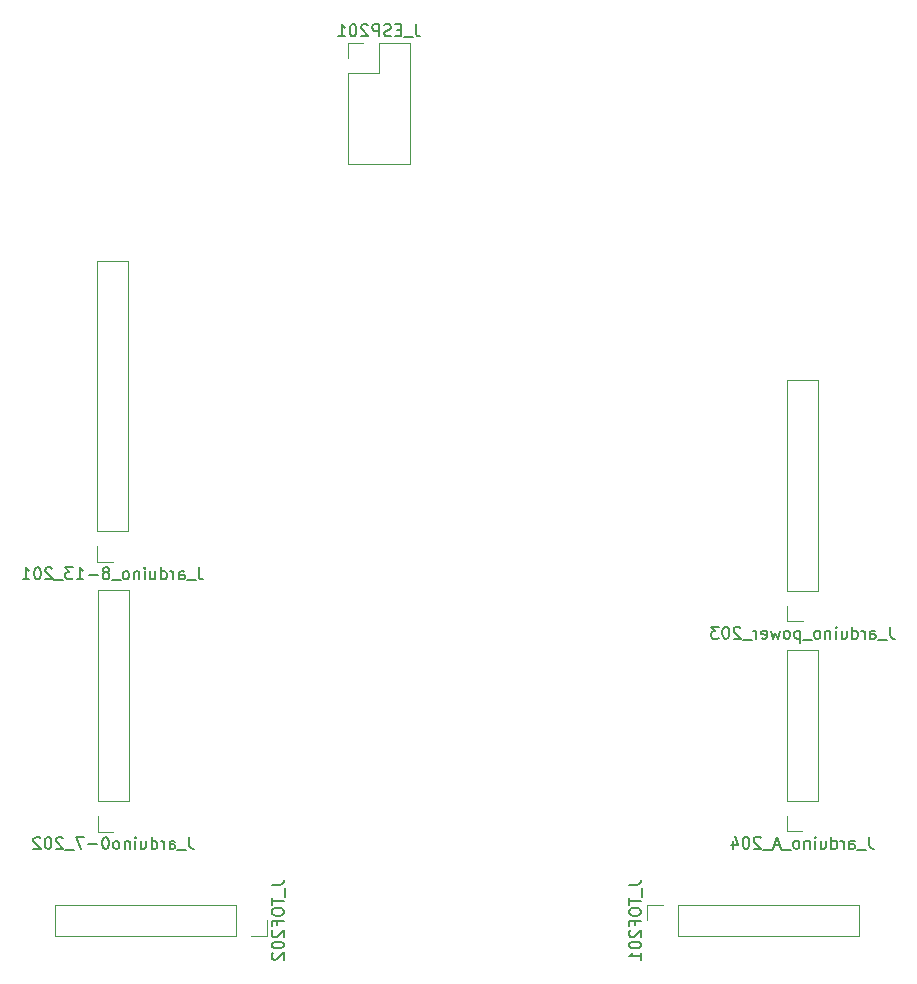
<source format=gbr>
G04 #@! TF.FileFunction,Legend,Bot*
%FSLAX46Y46*%
G04 Gerber Fmt 4.6, Leading zero omitted, Abs format (unit mm)*
G04 Created by KiCad (PCBNEW 4.0.7) date 03/14/18 00:34:20*
%MOMM*%
%LPD*%
G01*
G04 APERTURE LIST*
%ADD10C,0.100000*%
%ADD11C,0.120000*%
%ADD12C,0.150000*%
G04 APERTURE END LIST*
D10*
D11*
X42480000Y-67070000D02*
X42480000Y-44150000D01*
X42480000Y-44150000D02*
X45140000Y-44150000D01*
X45140000Y-44150000D02*
X45140000Y-67070000D01*
X45140000Y-67070000D02*
X42480000Y-67070000D01*
X42480000Y-68340000D02*
X42480000Y-69670000D01*
X42480000Y-69670000D02*
X43810000Y-69670000D01*
X100860000Y-89880000D02*
X100860000Y-77120000D01*
X100860000Y-77120000D02*
X103520000Y-77120000D01*
X103520000Y-77120000D02*
X103520000Y-89880000D01*
X103520000Y-89880000D02*
X100860000Y-89880000D01*
X100860000Y-91150000D02*
X100860000Y-92480000D01*
X100860000Y-92480000D02*
X102190000Y-92480000D01*
X100890000Y-72100000D02*
X100890000Y-54260000D01*
X100890000Y-54260000D02*
X103550000Y-54260000D01*
X103550000Y-54260000D02*
X103550000Y-72100000D01*
X103550000Y-72100000D02*
X100890000Y-72100000D01*
X100890000Y-73370000D02*
X100890000Y-74700000D01*
X100890000Y-74700000D02*
X102220000Y-74700000D01*
X63750000Y-28290000D02*
X63750000Y-35970000D01*
X63750000Y-35970000D02*
X68950000Y-35970000D01*
X68950000Y-35970000D02*
X68950000Y-25690000D01*
X68950000Y-25690000D02*
X66350000Y-25690000D01*
X66350000Y-25690000D02*
X66350000Y-28290000D01*
X66350000Y-28290000D02*
X63750000Y-28290000D01*
X63750000Y-27020000D02*
X63750000Y-25690000D01*
X63750000Y-25690000D02*
X65020000Y-25690000D01*
X91670000Y-98670000D02*
X106970000Y-98670000D01*
X106970000Y-98670000D02*
X106970000Y-101330000D01*
X106970000Y-101330000D02*
X91670000Y-101330000D01*
X91670000Y-101330000D02*
X91670000Y-98670000D01*
X90400000Y-98670000D02*
X89070000Y-98670000D01*
X89070000Y-98670000D02*
X89070000Y-100000000D01*
X54230000Y-101330000D02*
X38930000Y-101330000D01*
X38930000Y-101330000D02*
X38930000Y-98670000D01*
X38930000Y-98670000D02*
X54230000Y-98670000D01*
X54230000Y-98670000D02*
X54230000Y-101330000D01*
X55500000Y-101330000D02*
X56830000Y-101330000D01*
X56830000Y-101330000D02*
X56830000Y-100000000D01*
X42530000Y-89910000D02*
X42530000Y-72070000D01*
X42530000Y-72070000D02*
X45190000Y-72070000D01*
X45190000Y-72070000D02*
X45190000Y-89910000D01*
X45190000Y-89910000D02*
X42530000Y-89910000D01*
X42530000Y-91180000D02*
X42530000Y-92510000D01*
X42530000Y-92510000D02*
X43860000Y-92510000D01*
D12*
X51095714Y-70122381D02*
X51095714Y-70836667D01*
X51143334Y-70979524D01*
X51238572Y-71074762D01*
X51381429Y-71122381D01*
X51476667Y-71122381D01*
X50857619Y-71217619D02*
X50095714Y-71217619D01*
X49429047Y-71122381D02*
X49429047Y-70598571D01*
X49476666Y-70503333D01*
X49571904Y-70455714D01*
X49762381Y-70455714D01*
X49857619Y-70503333D01*
X49429047Y-71074762D02*
X49524285Y-71122381D01*
X49762381Y-71122381D01*
X49857619Y-71074762D01*
X49905238Y-70979524D01*
X49905238Y-70884286D01*
X49857619Y-70789048D01*
X49762381Y-70741429D01*
X49524285Y-70741429D01*
X49429047Y-70693810D01*
X48952857Y-71122381D02*
X48952857Y-70455714D01*
X48952857Y-70646190D02*
X48905238Y-70550952D01*
X48857619Y-70503333D01*
X48762381Y-70455714D01*
X48667142Y-70455714D01*
X47905237Y-71122381D02*
X47905237Y-70122381D01*
X47905237Y-71074762D02*
X48000475Y-71122381D01*
X48190952Y-71122381D01*
X48286190Y-71074762D01*
X48333809Y-71027143D01*
X48381428Y-70931905D01*
X48381428Y-70646190D01*
X48333809Y-70550952D01*
X48286190Y-70503333D01*
X48190952Y-70455714D01*
X48000475Y-70455714D01*
X47905237Y-70503333D01*
X47000475Y-70455714D02*
X47000475Y-71122381D01*
X47429047Y-70455714D02*
X47429047Y-70979524D01*
X47381428Y-71074762D01*
X47286190Y-71122381D01*
X47143332Y-71122381D01*
X47048094Y-71074762D01*
X47000475Y-71027143D01*
X46524285Y-71122381D02*
X46524285Y-70455714D01*
X46524285Y-70122381D02*
X46571904Y-70170000D01*
X46524285Y-70217619D01*
X46476666Y-70170000D01*
X46524285Y-70122381D01*
X46524285Y-70217619D01*
X46048095Y-70455714D02*
X46048095Y-71122381D01*
X46048095Y-70550952D02*
X46000476Y-70503333D01*
X45905238Y-70455714D01*
X45762380Y-70455714D01*
X45667142Y-70503333D01*
X45619523Y-70598571D01*
X45619523Y-71122381D01*
X45000476Y-71122381D02*
X45095714Y-71074762D01*
X45143333Y-71027143D01*
X45190952Y-70931905D01*
X45190952Y-70646190D01*
X45143333Y-70550952D01*
X45095714Y-70503333D01*
X45000476Y-70455714D01*
X44857618Y-70455714D01*
X44762380Y-70503333D01*
X44714761Y-70550952D01*
X44667142Y-70646190D01*
X44667142Y-70931905D01*
X44714761Y-71027143D01*
X44762380Y-71074762D01*
X44857618Y-71122381D01*
X45000476Y-71122381D01*
X44476666Y-71217619D02*
X43714761Y-71217619D01*
X43333809Y-70550952D02*
X43429047Y-70503333D01*
X43476666Y-70455714D01*
X43524285Y-70360476D01*
X43524285Y-70312857D01*
X43476666Y-70217619D01*
X43429047Y-70170000D01*
X43333809Y-70122381D01*
X43143332Y-70122381D01*
X43048094Y-70170000D01*
X43000475Y-70217619D01*
X42952856Y-70312857D01*
X42952856Y-70360476D01*
X43000475Y-70455714D01*
X43048094Y-70503333D01*
X43143332Y-70550952D01*
X43333809Y-70550952D01*
X43429047Y-70598571D01*
X43476666Y-70646190D01*
X43524285Y-70741429D01*
X43524285Y-70931905D01*
X43476666Y-71027143D01*
X43429047Y-71074762D01*
X43333809Y-71122381D01*
X43143332Y-71122381D01*
X43048094Y-71074762D01*
X43000475Y-71027143D01*
X42952856Y-70931905D01*
X42952856Y-70741429D01*
X43000475Y-70646190D01*
X43048094Y-70598571D01*
X43143332Y-70550952D01*
X42524285Y-70741429D02*
X41762380Y-70741429D01*
X40762380Y-71122381D02*
X41333809Y-71122381D01*
X41048095Y-71122381D02*
X41048095Y-70122381D01*
X41143333Y-70265238D01*
X41238571Y-70360476D01*
X41333809Y-70408095D01*
X40429047Y-70122381D02*
X39809999Y-70122381D01*
X40143333Y-70503333D01*
X40000475Y-70503333D01*
X39905237Y-70550952D01*
X39857618Y-70598571D01*
X39809999Y-70693810D01*
X39809999Y-70931905D01*
X39857618Y-71027143D01*
X39905237Y-71074762D01*
X40000475Y-71122381D01*
X40286190Y-71122381D01*
X40381428Y-71074762D01*
X40429047Y-71027143D01*
X39619523Y-71217619D02*
X38857618Y-71217619D01*
X38667142Y-70217619D02*
X38619523Y-70170000D01*
X38524285Y-70122381D01*
X38286189Y-70122381D01*
X38190951Y-70170000D01*
X38143332Y-70217619D01*
X38095713Y-70312857D01*
X38095713Y-70408095D01*
X38143332Y-70550952D01*
X38714761Y-71122381D01*
X38095713Y-71122381D01*
X37476666Y-70122381D02*
X37381427Y-70122381D01*
X37286189Y-70170000D01*
X37238570Y-70217619D01*
X37190951Y-70312857D01*
X37143332Y-70503333D01*
X37143332Y-70741429D01*
X37190951Y-70931905D01*
X37238570Y-71027143D01*
X37286189Y-71074762D01*
X37381427Y-71122381D01*
X37476666Y-71122381D01*
X37571904Y-71074762D01*
X37619523Y-71027143D01*
X37667142Y-70931905D01*
X37714761Y-70741429D01*
X37714761Y-70503333D01*
X37667142Y-70312857D01*
X37619523Y-70217619D01*
X37571904Y-70170000D01*
X37476666Y-70122381D01*
X36190951Y-71122381D02*
X36762380Y-71122381D01*
X36476666Y-71122381D02*
X36476666Y-70122381D01*
X36571904Y-70265238D01*
X36667142Y-70360476D01*
X36762380Y-70408095D01*
X107856667Y-92932381D02*
X107856667Y-93646667D01*
X107904287Y-93789524D01*
X107999525Y-93884762D01*
X108142382Y-93932381D01*
X108237620Y-93932381D01*
X107618572Y-94027619D02*
X106856667Y-94027619D01*
X106190000Y-93932381D02*
X106190000Y-93408571D01*
X106237619Y-93313333D01*
X106332857Y-93265714D01*
X106523334Y-93265714D01*
X106618572Y-93313333D01*
X106190000Y-93884762D02*
X106285238Y-93932381D01*
X106523334Y-93932381D01*
X106618572Y-93884762D01*
X106666191Y-93789524D01*
X106666191Y-93694286D01*
X106618572Y-93599048D01*
X106523334Y-93551429D01*
X106285238Y-93551429D01*
X106190000Y-93503810D01*
X105713810Y-93932381D02*
X105713810Y-93265714D01*
X105713810Y-93456190D02*
X105666191Y-93360952D01*
X105618572Y-93313333D01*
X105523334Y-93265714D01*
X105428095Y-93265714D01*
X104666190Y-93932381D02*
X104666190Y-92932381D01*
X104666190Y-93884762D02*
X104761428Y-93932381D01*
X104951905Y-93932381D01*
X105047143Y-93884762D01*
X105094762Y-93837143D01*
X105142381Y-93741905D01*
X105142381Y-93456190D01*
X105094762Y-93360952D01*
X105047143Y-93313333D01*
X104951905Y-93265714D01*
X104761428Y-93265714D01*
X104666190Y-93313333D01*
X103761428Y-93265714D02*
X103761428Y-93932381D01*
X104190000Y-93265714D02*
X104190000Y-93789524D01*
X104142381Y-93884762D01*
X104047143Y-93932381D01*
X103904285Y-93932381D01*
X103809047Y-93884762D01*
X103761428Y-93837143D01*
X103285238Y-93932381D02*
X103285238Y-93265714D01*
X103285238Y-92932381D02*
X103332857Y-92980000D01*
X103285238Y-93027619D01*
X103237619Y-92980000D01*
X103285238Y-92932381D01*
X103285238Y-93027619D01*
X102809048Y-93265714D02*
X102809048Y-93932381D01*
X102809048Y-93360952D02*
X102761429Y-93313333D01*
X102666191Y-93265714D01*
X102523333Y-93265714D01*
X102428095Y-93313333D01*
X102380476Y-93408571D01*
X102380476Y-93932381D01*
X101761429Y-93932381D02*
X101856667Y-93884762D01*
X101904286Y-93837143D01*
X101951905Y-93741905D01*
X101951905Y-93456190D01*
X101904286Y-93360952D01*
X101856667Y-93313333D01*
X101761429Y-93265714D01*
X101618571Y-93265714D01*
X101523333Y-93313333D01*
X101475714Y-93360952D01*
X101428095Y-93456190D01*
X101428095Y-93741905D01*
X101475714Y-93837143D01*
X101523333Y-93884762D01*
X101618571Y-93932381D01*
X101761429Y-93932381D01*
X101237619Y-94027619D02*
X100475714Y-94027619D01*
X100285238Y-93646667D02*
X99809047Y-93646667D01*
X100380476Y-93932381D02*
X100047143Y-92932381D01*
X99713809Y-93932381D01*
X99618571Y-94027619D02*
X98856666Y-94027619D01*
X98666190Y-93027619D02*
X98618571Y-92980000D01*
X98523333Y-92932381D01*
X98285237Y-92932381D01*
X98189999Y-92980000D01*
X98142380Y-93027619D01*
X98094761Y-93122857D01*
X98094761Y-93218095D01*
X98142380Y-93360952D01*
X98713809Y-93932381D01*
X98094761Y-93932381D01*
X97475714Y-92932381D02*
X97380475Y-92932381D01*
X97285237Y-92980000D01*
X97237618Y-93027619D01*
X97189999Y-93122857D01*
X97142380Y-93313333D01*
X97142380Y-93551429D01*
X97189999Y-93741905D01*
X97237618Y-93837143D01*
X97285237Y-93884762D01*
X97380475Y-93932381D01*
X97475714Y-93932381D01*
X97570952Y-93884762D01*
X97618571Y-93837143D01*
X97666190Y-93741905D01*
X97713809Y-93551429D01*
X97713809Y-93313333D01*
X97666190Y-93122857D01*
X97618571Y-93027619D01*
X97570952Y-92980000D01*
X97475714Y-92932381D01*
X96285237Y-93265714D02*
X96285237Y-93932381D01*
X96523333Y-92884762D02*
X96761428Y-93599048D01*
X96142380Y-93599048D01*
X109624762Y-75152381D02*
X109624762Y-75866667D01*
X109672382Y-76009524D01*
X109767620Y-76104762D01*
X109910477Y-76152381D01*
X110005715Y-76152381D01*
X109386667Y-76247619D02*
X108624762Y-76247619D01*
X107958095Y-76152381D02*
X107958095Y-75628571D01*
X108005714Y-75533333D01*
X108100952Y-75485714D01*
X108291429Y-75485714D01*
X108386667Y-75533333D01*
X107958095Y-76104762D02*
X108053333Y-76152381D01*
X108291429Y-76152381D01*
X108386667Y-76104762D01*
X108434286Y-76009524D01*
X108434286Y-75914286D01*
X108386667Y-75819048D01*
X108291429Y-75771429D01*
X108053333Y-75771429D01*
X107958095Y-75723810D01*
X107481905Y-76152381D02*
X107481905Y-75485714D01*
X107481905Y-75676190D02*
X107434286Y-75580952D01*
X107386667Y-75533333D01*
X107291429Y-75485714D01*
X107196190Y-75485714D01*
X106434285Y-76152381D02*
X106434285Y-75152381D01*
X106434285Y-76104762D02*
X106529523Y-76152381D01*
X106720000Y-76152381D01*
X106815238Y-76104762D01*
X106862857Y-76057143D01*
X106910476Y-75961905D01*
X106910476Y-75676190D01*
X106862857Y-75580952D01*
X106815238Y-75533333D01*
X106720000Y-75485714D01*
X106529523Y-75485714D01*
X106434285Y-75533333D01*
X105529523Y-75485714D02*
X105529523Y-76152381D01*
X105958095Y-75485714D02*
X105958095Y-76009524D01*
X105910476Y-76104762D01*
X105815238Y-76152381D01*
X105672380Y-76152381D01*
X105577142Y-76104762D01*
X105529523Y-76057143D01*
X105053333Y-76152381D02*
X105053333Y-75485714D01*
X105053333Y-75152381D02*
X105100952Y-75200000D01*
X105053333Y-75247619D01*
X105005714Y-75200000D01*
X105053333Y-75152381D01*
X105053333Y-75247619D01*
X104577143Y-75485714D02*
X104577143Y-76152381D01*
X104577143Y-75580952D02*
X104529524Y-75533333D01*
X104434286Y-75485714D01*
X104291428Y-75485714D01*
X104196190Y-75533333D01*
X104148571Y-75628571D01*
X104148571Y-76152381D01*
X103529524Y-76152381D02*
X103624762Y-76104762D01*
X103672381Y-76057143D01*
X103720000Y-75961905D01*
X103720000Y-75676190D01*
X103672381Y-75580952D01*
X103624762Y-75533333D01*
X103529524Y-75485714D01*
X103386666Y-75485714D01*
X103291428Y-75533333D01*
X103243809Y-75580952D01*
X103196190Y-75676190D01*
X103196190Y-75961905D01*
X103243809Y-76057143D01*
X103291428Y-76104762D01*
X103386666Y-76152381D01*
X103529524Y-76152381D01*
X103005714Y-76247619D02*
X102243809Y-76247619D01*
X102005714Y-75485714D02*
X102005714Y-76485714D01*
X102005714Y-75533333D02*
X101910476Y-75485714D01*
X101719999Y-75485714D01*
X101624761Y-75533333D01*
X101577142Y-75580952D01*
X101529523Y-75676190D01*
X101529523Y-75961905D01*
X101577142Y-76057143D01*
X101624761Y-76104762D01*
X101719999Y-76152381D01*
X101910476Y-76152381D01*
X102005714Y-76104762D01*
X100958095Y-76152381D02*
X101053333Y-76104762D01*
X101100952Y-76057143D01*
X101148571Y-75961905D01*
X101148571Y-75676190D01*
X101100952Y-75580952D01*
X101053333Y-75533333D01*
X100958095Y-75485714D01*
X100815237Y-75485714D01*
X100719999Y-75533333D01*
X100672380Y-75580952D01*
X100624761Y-75676190D01*
X100624761Y-75961905D01*
X100672380Y-76057143D01*
X100719999Y-76104762D01*
X100815237Y-76152381D01*
X100958095Y-76152381D01*
X100291428Y-75485714D02*
X100100952Y-76152381D01*
X99910475Y-75676190D01*
X99719999Y-76152381D01*
X99529523Y-75485714D01*
X98767618Y-76104762D02*
X98862856Y-76152381D01*
X99053333Y-76152381D01*
X99148571Y-76104762D01*
X99196190Y-76009524D01*
X99196190Y-75628571D01*
X99148571Y-75533333D01*
X99053333Y-75485714D01*
X98862856Y-75485714D01*
X98767618Y-75533333D01*
X98719999Y-75628571D01*
X98719999Y-75723810D01*
X99196190Y-75819048D01*
X98291428Y-76152381D02*
X98291428Y-75485714D01*
X98291428Y-75676190D02*
X98243809Y-75580952D01*
X98196190Y-75533333D01*
X98100952Y-75485714D01*
X98005713Y-75485714D01*
X97910475Y-76247619D02*
X97148570Y-76247619D01*
X96958094Y-75247619D02*
X96910475Y-75200000D01*
X96815237Y-75152381D01*
X96577141Y-75152381D01*
X96481903Y-75200000D01*
X96434284Y-75247619D01*
X96386665Y-75342857D01*
X96386665Y-75438095D01*
X96434284Y-75580952D01*
X97005713Y-76152381D01*
X96386665Y-76152381D01*
X95767618Y-75152381D02*
X95672379Y-75152381D01*
X95577141Y-75200000D01*
X95529522Y-75247619D01*
X95481903Y-75342857D01*
X95434284Y-75533333D01*
X95434284Y-75771429D01*
X95481903Y-75961905D01*
X95529522Y-76057143D01*
X95577141Y-76104762D01*
X95672379Y-76152381D01*
X95767618Y-76152381D01*
X95862856Y-76104762D01*
X95910475Y-76057143D01*
X95958094Y-75961905D01*
X96005713Y-75771429D01*
X96005713Y-75533333D01*
X95958094Y-75342857D01*
X95910475Y-75247619D01*
X95862856Y-75200000D01*
X95767618Y-75152381D01*
X95100951Y-75152381D02*
X94481903Y-75152381D01*
X94815237Y-75533333D01*
X94672379Y-75533333D01*
X94577141Y-75580952D01*
X94529522Y-75628571D01*
X94481903Y-75723810D01*
X94481903Y-75961905D01*
X94529522Y-76057143D01*
X94577141Y-76104762D01*
X94672379Y-76152381D01*
X94958094Y-76152381D01*
X95053332Y-76104762D01*
X95100951Y-76057143D01*
X69445238Y-24142381D02*
X69445238Y-24856667D01*
X69492858Y-24999524D01*
X69588096Y-25094762D01*
X69730953Y-25142381D01*
X69826191Y-25142381D01*
X69207143Y-25237619D02*
X68445238Y-25237619D01*
X68207143Y-24618571D02*
X67873809Y-24618571D01*
X67730952Y-25142381D02*
X68207143Y-25142381D01*
X68207143Y-24142381D01*
X67730952Y-24142381D01*
X67350000Y-25094762D02*
X67207143Y-25142381D01*
X66969047Y-25142381D01*
X66873809Y-25094762D01*
X66826190Y-25047143D01*
X66778571Y-24951905D01*
X66778571Y-24856667D01*
X66826190Y-24761429D01*
X66873809Y-24713810D01*
X66969047Y-24666190D01*
X67159524Y-24618571D01*
X67254762Y-24570952D01*
X67302381Y-24523333D01*
X67350000Y-24428095D01*
X67350000Y-24332857D01*
X67302381Y-24237619D01*
X67254762Y-24190000D01*
X67159524Y-24142381D01*
X66921428Y-24142381D01*
X66778571Y-24190000D01*
X66350000Y-25142381D02*
X66350000Y-24142381D01*
X65969047Y-24142381D01*
X65873809Y-24190000D01*
X65826190Y-24237619D01*
X65778571Y-24332857D01*
X65778571Y-24475714D01*
X65826190Y-24570952D01*
X65873809Y-24618571D01*
X65969047Y-24666190D01*
X66350000Y-24666190D01*
X65397619Y-24237619D02*
X65350000Y-24190000D01*
X65254762Y-24142381D01*
X65016666Y-24142381D01*
X64921428Y-24190000D01*
X64873809Y-24237619D01*
X64826190Y-24332857D01*
X64826190Y-24428095D01*
X64873809Y-24570952D01*
X65445238Y-25142381D01*
X64826190Y-25142381D01*
X64207143Y-24142381D02*
X64111904Y-24142381D01*
X64016666Y-24190000D01*
X63969047Y-24237619D01*
X63921428Y-24332857D01*
X63873809Y-24523333D01*
X63873809Y-24761429D01*
X63921428Y-24951905D01*
X63969047Y-25047143D01*
X64016666Y-25094762D01*
X64111904Y-25142381D01*
X64207143Y-25142381D01*
X64302381Y-25094762D01*
X64350000Y-25047143D01*
X64397619Y-24951905D01*
X64445238Y-24761429D01*
X64445238Y-24523333D01*
X64397619Y-24332857D01*
X64350000Y-24237619D01*
X64302381Y-24190000D01*
X64207143Y-24142381D01*
X62921428Y-25142381D02*
X63492857Y-25142381D01*
X63207143Y-25142381D02*
X63207143Y-24142381D01*
X63302381Y-24285238D01*
X63397619Y-24380476D01*
X63492857Y-24428095D01*
X87522381Y-97000000D02*
X88236667Y-97000000D01*
X88379524Y-96952380D01*
X88474762Y-96857142D01*
X88522381Y-96714285D01*
X88522381Y-96619047D01*
X88617619Y-97238095D02*
X88617619Y-98000000D01*
X87522381Y-98095238D02*
X87522381Y-98666667D01*
X88522381Y-98380952D02*
X87522381Y-98380952D01*
X87522381Y-99190476D02*
X87522381Y-99380953D01*
X87570000Y-99476191D01*
X87665238Y-99571429D01*
X87855714Y-99619048D01*
X88189048Y-99619048D01*
X88379524Y-99571429D01*
X88474762Y-99476191D01*
X88522381Y-99380953D01*
X88522381Y-99190476D01*
X88474762Y-99095238D01*
X88379524Y-99000000D01*
X88189048Y-98952381D01*
X87855714Y-98952381D01*
X87665238Y-99000000D01*
X87570000Y-99095238D01*
X87522381Y-99190476D01*
X87998571Y-100380953D02*
X87998571Y-100047619D01*
X88522381Y-100047619D02*
X87522381Y-100047619D01*
X87522381Y-100523810D01*
X87617619Y-100857143D02*
X87570000Y-100904762D01*
X87522381Y-101000000D01*
X87522381Y-101238096D01*
X87570000Y-101333334D01*
X87617619Y-101380953D01*
X87712857Y-101428572D01*
X87808095Y-101428572D01*
X87950952Y-101380953D01*
X88522381Y-100809524D01*
X88522381Y-101428572D01*
X87522381Y-102047619D02*
X87522381Y-102142858D01*
X87570000Y-102238096D01*
X87617619Y-102285715D01*
X87712857Y-102333334D01*
X87903333Y-102380953D01*
X88141429Y-102380953D01*
X88331905Y-102333334D01*
X88427143Y-102285715D01*
X88474762Y-102238096D01*
X88522381Y-102142858D01*
X88522381Y-102047619D01*
X88474762Y-101952381D01*
X88427143Y-101904762D01*
X88331905Y-101857143D01*
X88141429Y-101809524D01*
X87903333Y-101809524D01*
X87712857Y-101857143D01*
X87617619Y-101904762D01*
X87570000Y-101952381D01*
X87522381Y-102047619D01*
X88522381Y-103333334D02*
X88522381Y-102761905D01*
X88522381Y-103047619D02*
X87522381Y-103047619D01*
X87665238Y-102952381D01*
X87760476Y-102857143D01*
X87808095Y-102761905D01*
X57282381Y-97000000D02*
X57996667Y-97000000D01*
X58139524Y-96952380D01*
X58234762Y-96857142D01*
X58282381Y-96714285D01*
X58282381Y-96619047D01*
X58377619Y-97238095D02*
X58377619Y-98000000D01*
X57282381Y-98095238D02*
X57282381Y-98666667D01*
X58282381Y-98380952D02*
X57282381Y-98380952D01*
X57282381Y-99190476D02*
X57282381Y-99380953D01*
X57330000Y-99476191D01*
X57425238Y-99571429D01*
X57615714Y-99619048D01*
X57949048Y-99619048D01*
X58139524Y-99571429D01*
X58234762Y-99476191D01*
X58282381Y-99380953D01*
X58282381Y-99190476D01*
X58234762Y-99095238D01*
X58139524Y-99000000D01*
X57949048Y-98952381D01*
X57615714Y-98952381D01*
X57425238Y-99000000D01*
X57330000Y-99095238D01*
X57282381Y-99190476D01*
X57758571Y-100380953D02*
X57758571Y-100047619D01*
X58282381Y-100047619D02*
X57282381Y-100047619D01*
X57282381Y-100523810D01*
X57377619Y-100857143D02*
X57330000Y-100904762D01*
X57282381Y-101000000D01*
X57282381Y-101238096D01*
X57330000Y-101333334D01*
X57377619Y-101380953D01*
X57472857Y-101428572D01*
X57568095Y-101428572D01*
X57710952Y-101380953D01*
X58282381Y-100809524D01*
X58282381Y-101428572D01*
X57282381Y-102047619D02*
X57282381Y-102142858D01*
X57330000Y-102238096D01*
X57377619Y-102285715D01*
X57472857Y-102333334D01*
X57663333Y-102380953D01*
X57901429Y-102380953D01*
X58091905Y-102333334D01*
X58187143Y-102285715D01*
X58234762Y-102238096D01*
X58282381Y-102142858D01*
X58282381Y-102047619D01*
X58234762Y-101952381D01*
X58187143Y-101904762D01*
X58091905Y-101857143D01*
X57901429Y-101809524D01*
X57663333Y-101809524D01*
X57472857Y-101857143D01*
X57377619Y-101904762D01*
X57330000Y-101952381D01*
X57282381Y-102047619D01*
X57377619Y-102761905D02*
X57330000Y-102809524D01*
X57282381Y-102904762D01*
X57282381Y-103142858D01*
X57330000Y-103238096D01*
X57377619Y-103285715D01*
X57472857Y-103333334D01*
X57568095Y-103333334D01*
X57710952Y-103285715D01*
X58282381Y-102714286D01*
X58282381Y-103333334D01*
X50288571Y-92962381D02*
X50288571Y-93676667D01*
X50336191Y-93819524D01*
X50431429Y-93914762D01*
X50574286Y-93962381D01*
X50669524Y-93962381D01*
X50050476Y-94057619D02*
X49288571Y-94057619D01*
X48621904Y-93962381D02*
X48621904Y-93438571D01*
X48669523Y-93343333D01*
X48764761Y-93295714D01*
X48955238Y-93295714D01*
X49050476Y-93343333D01*
X48621904Y-93914762D02*
X48717142Y-93962381D01*
X48955238Y-93962381D01*
X49050476Y-93914762D01*
X49098095Y-93819524D01*
X49098095Y-93724286D01*
X49050476Y-93629048D01*
X48955238Y-93581429D01*
X48717142Y-93581429D01*
X48621904Y-93533810D01*
X48145714Y-93962381D02*
X48145714Y-93295714D01*
X48145714Y-93486190D02*
X48098095Y-93390952D01*
X48050476Y-93343333D01*
X47955238Y-93295714D01*
X47859999Y-93295714D01*
X47098094Y-93962381D02*
X47098094Y-92962381D01*
X47098094Y-93914762D02*
X47193332Y-93962381D01*
X47383809Y-93962381D01*
X47479047Y-93914762D01*
X47526666Y-93867143D01*
X47574285Y-93771905D01*
X47574285Y-93486190D01*
X47526666Y-93390952D01*
X47479047Y-93343333D01*
X47383809Y-93295714D01*
X47193332Y-93295714D01*
X47098094Y-93343333D01*
X46193332Y-93295714D02*
X46193332Y-93962381D01*
X46621904Y-93295714D02*
X46621904Y-93819524D01*
X46574285Y-93914762D01*
X46479047Y-93962381D01*
X46336189Y-93962381D01*
X46240951Y-93914762D01*
X46193332Y-93867143D01*
X45717142Y-93962381D02*
X45717142Y-93295714D01*
X45717142Y-92962381D02*
X45764761Y-93010000D01*
X45717142Y-93057619D01*
X45669523Y-93010000D01*
X45717142Y-92962381D01*
X45717142Y-93057619D01*
X45240952Y-93295714D02*
X45240952Y-93962381D01*
X45240952Y-93390952D02*
X45193333Y-93343333D01*
X45098095Y-93295714D01*
X44955237Y-93295714D01*
X44859999Y-93343333D01*
X44812380Y-93438571D01*
X44812380Y-93962381D01*
X44193333Y-93962381D02*
X44288571Y-93914762D01*
X44336190Y-93867143D01*
X44383809Y-93771905D01*
X44383809Y-93486190D01*
X44336190Y-93390952D01*
X44288571Y-93343333D01*
X44193333Y-93295714D01*
X44050475Y-93295714D01*
X43955237Y-93343333D01*
X43907618Y-93390952D01*
X43859999Y-93486190D01*
X43859999Y-93771905D01*
X43907618Y-93867143D01*
X43955237Y-93914762D01*
X44050475Y-93962381D01*
X44193333Y-93962381D01*
X43240952Y-92962381D02*
X43145713Y-92962381D01*
X43050475Y-93010000D01*
X43002856Y-93057619D01*
X42955237Y-93152857D01*
X42907618Y-93343333D01*
X42907618Y-93581429D01*
X42955237Y-93771905D01*
X43002856Y-93867143D01*
X43050475Y-93914762D01*
X43145713Y-93962381D01*
X43240952Y-93962381D01*
X43336190Y-93914762D01*
X43383809Y-93867143D01*
X43431428Y-93771905D01*
X43479047Y-93581429D01*
X43479047Y-93343333D01*
X43431428Y-93152857D01*
X43383809Y-93057619D01*
X43336190Y-93010000D01*
X43240952Y-92962381D01*
X42479047Y-93581429D02*
X41717142Y-93581429D01*
X41336190Y-92962381D02*
X40669523Y-92962381D01*
X41098095Y-93962381D01*
X40526666Y-94057619D02*
X39764761Y-94057619D01*
X39574285Y-93057619D02*
X39526666Y-93010000D01*
X39431428Y-92962381D01*
X39193332Y-92962381D01*
X39098094Y-93010000D01*
X39050475Y-93057619D01*
X39002856Y-93152857D01*
X39002856Y-93248095D01*
X39050475Y-93390952D01*
X39621904Y-93962381D01*
X39002856Y-93962381D01*
X38383809Y-92962381D02*
X38288570Y-92962381D01*
X38193332Y-93010000D01*
X38145713Y-93057619D01*
X38098094Y-93152857D01*
X38050475Y-93343333D01*
X38050475Y-93581429D01*
X38098094Y-93771905D01*
X38145713Y-93867143D01*
X38193332Y-93914762D01*
X38288570Y-93962381D01*
X38383809Y-93962381D01*
X38479047Y-93914762D01*
X38526666Y-93867143D01*
X38574285Y-93771905D01*
X38621904Y-93581429D01*
X38621904Y-93343333D01*
X38574285Y-93152857D01*
X38526666Y-93057619D01*
X38479047Y-93010000D01*
X38383809Y-92962381D01*
X37669523Y-93057619D02*
X37621904Y-93010000D01*
X37526666Y-92962381D01*
X37288570Y-92962381D01*
X37193332Y-93010000D01*
X37145713Y-93057619D01*
X37098094Y-93152857D01*
X37098094Y-93248095D01*
X37145713Y-93390952D01*
X37717142Y-93962381D01*
X37098094Y-93962381D01*
M02*

</source>
